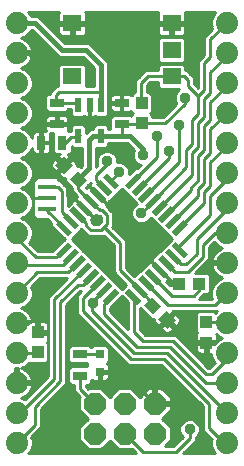
<source format=gtl>
G75*
%MOIN*%
%OFA0B0*%
%FSLAX24Y24*%
%IPPOS*%
%LPD*%
%AMOC8*
5,1,8,0,0,1.08239X$1,22.5*
%
%ADD10R,0.0217X0.0472*%
%ADD11R,0.0472X0.0315*%
%ADD12R,0.0315X0.0472*%
%ADD13C,0.0740*%
%ADD14R,0.0200X0.0580*%
%ADD15R,0.0630X0.0551*%
%ADD16R,0.0394X0.0433*%
%ADD17R,0.0315X0.0315*%
%ADD18OC8,0.0740*%
%ADD19R,0.0433X0.0394*%
%ADD20R,0.0630X0.0118*%
%ADD21C,0.0100*%
%ADD22C,0.0160*%
%ADD23C,0.0376*%
D10*
X003596Y011478D03*
X004344Y011478D03*
X004344Y012502D03*
X003970Y012502D03*
X003596Y012502D03*
D11*
X002880Y012584D03*
X002880Y011876D03*
X005040Y011876D03*
X005040Y012584D03*
X003650Y004204D03*
X003650Y003496D03*
D12*
X003064Y011260D03*
X002356Y011260D03*
D13*
X001550Y001250D03*
X001550Y002250D03*
X001550Y003250D03*
X001550Y004250D03*
X001550Y005250D03*
X001550Y006250D03*
X001550Y007250D03*
X001550Y008250D03*
X001550Y009250D03*
X001550Y010250D03*
X001550Y011250D03*
X001550Y012250D03*
X001550Y013250D03*
X001550Y014250D03*
X001550Y015250D03*
X008550Y015250D03*
X008550Y014250D03*
X008550Y013250D03*
X008550Y012250D03*
X008550Y011250D03*
X008550Y010250D03*
X008550Y009250D03*
X008550Y008250D03*
X008550Y007250D03*
X008550Y006250D03*
X008550Y005250D03*
X008550Y004250D03*
X008550Y003250D03*
X008550Y002250D03*
X008550Y001250D03*
D14*
G36*
X005143Y006261D02*
X005284Y006402D01*
X005693Y005993D01*
X005552Y005852D01*
X005143Y006261D01*
G37*
G36*
X005362Y006480D02*
X005503Y006621D01*
X005912Y006212D01*
X005771Y006071D01*
X005362Y006480D01*
G37*
G36*
X005588Y006706D02*
X005729Y006847D01*
X006138Y006438D01*
X005997Y006297D01*
X005588Y006706D01*
G37*
G36*
X005807Y006925D02*
X005948Y007066D01*
X006357Y006657D01*
X006216Y006516D01*
X005807Y006925D01*
G37*
G36*
X006034Y007152D02*
X006175Y007293D01*
X006584Y006884D01*
X006443Y006743D01*
X006034Y007152D01*
G37*
G36*
X006253Y007371D02*
X006394Y007512D01*
X006803Y007103D01*
X006662Y006962D01*
X006253Y007371D01*
G37*
G36*
X006479Y007597D02*
X006620Y007738D01*
X007029Y007329D01*
X006888Y007188D01*
X006479Y007597D01*
G37*
G36*
X006698Y007816D02*
X006839Y007957D01*
X007248Y007548D01*
X007107Y007407D01*
X006698Y007816D01*
G37*
G36*
X007107Y008693D02*
X007248Y008552D01*
X006839Y008143D01*
X006698Y008284D01*
X007107Y008693D01*
G37*
G36*
X006888Y008912D02*
X007029Y008771D01*
X006620Y008362D01*
X006479Y008503D01*
X006888Y008912D01*
G37*
G36*
X006662Y009138D02*
X006803Y008997D01*
X006394Y008588D01*
X006253Y008729D01*
X006662Y009138D01*
G37*
G36*
X006443Y009357D02*
X006584Y009216D01*
X006175Y008807D01*
X006034Y008948D01*
X006443Y009357D01*
G37*
G36*
X006216Y009584D02*
X006357Y009443D01*
X005948Y009034D01*
X005807Y009175D01*
X006216Y009584D01*
G37*
G36*
X005997Y009803D02*
X006138Y009662D01*
X005729Y009253D01*
X005588Y009394D01*
X005997Y009803D01*
G37*
G36*
X005771Y010029D02*
X005912Y009888D01*
X005503Y009479D01*
X005362Y009620D01*
X005771Y010029D01*
G37*
G36*
X005552Y010248D02*
X005693Y010107D01*
X005284Y009698D01*
X005143Y009839D01*
X005552Y010248D01*
G37*
G36*
X004407Y010107D02*
X004548Y010248D01*
X004957Y009839D01*
X004816Y009698D01*
X004407Y010107D01*
G37*
G36*
X004188Y009888D02*
X004329Y010029D01*
X004738Y009620D01*
X004597Y009479D01*
X004188Y009888D01*
G37*
G36*
X003962Y009662D02*
X004103Y009803D01*
X004512Y009394D01*
X004371Y009253D01*
X003962Y009662D01*
G37*
G36*
X003743Y009443D02*
X003884Y009584D01*
X004293Y009175D01*
X004152Y009034D01*
X003743Y009443D01*
G37*
G36*
X003516Y009216D02*
X003657Y009357D01*
X004066Y008948D01*
X003925Y008807D01*
X003516Y009216D01*
G37*
G36*
X003297Y008997D02*
X003438Y009138D01*
X003847Y008729D01*
X003706Y008588D01*
X003297Y008997D01*
G37*
G36*
X003071Y008771D02*
X003212Y008912D01*
X003621Y008503D01*
X003480Y008362D01*
X003071Y008771D01*
G37*
G36*
X002852Y008552D02*
X002993Y008693D01*
X003402Y008284D01*
X003261Y008143D01*
X002852Y008552D01*
G37*
G36*
X003261Y007957D02*
X003402Y007816D01*
X002993Y007407D01*
X002852Y007548D01*
X003261Y007957D01*
G37*
G36*
X003480Y007738D02*
X003621Y007597D01*
X003212Y007188D01*
X003071Y007329D01*
X003480Y007738D01*
G37*
G36*
X003706Y007512D02*
X003847Y007371D01*
X003438Y006962D01*
X003297Y007103D01*
X003706Y007512D01*
G37*
G36*
X003925Y007293D02*
X004066Y007152D01*
X003657Y006743D01*
X003516Y006884D01*
X003925Y007293D01*
G37*
G36*
X004152Y007066D02*
X004293Y006925D01*
X003884Y006516D01*
X003743Y006657D01*
X004152Y007066D01*
G37*
G36*
X004371Y006847D02*
X004512Y006706D01*
X004103Y006297D01*
X003962Y006438D01*
X004371Y006847D01*
G37*
G36*
X004597Y006621D02*
X004738Y006480D01*
X004329Y006071D01*
X004188Y006212D01*
X004597Y006621D01*
G37*
G36*
X004816Y006402D02*
X004957Y006261D01*
X004548Y005852D01*
X004407Y005993D01*
X004816Y006402D01*
G37*
D15*
X003396Y013464D03*
X003396Y015236D03*
X006704Y015236D03*
X006704Y014350D03*
X006704Y013464D03*
D16*
X005710Y012570D03*
X005710Y011900D03*
X007860Y005265D03*
X007860Y004595D03*
X002250Y004265D03*
X002250Y004935D03*
D17*
X004310Y004205D03*
X004310Y003615D03*
D18*
X004150Y002550D03*
X004150Y001550D03*
X005150Y001550D03*
X005150Y002550D03*
X006150Y002550D03*
X006150Y001550D03*
D19*
G36*
X006560Y005061D02*
X006255Y005366D01*
X006534Y005645D01*
X006839Y005340D01*
X006560Y005061D01*
G37*
G36*
X006086Y005535D02*
X005781Y005840D01*
X006060Y006119D01*
X006365Y005814D01*
X006086Y005535D01*
G37*
X006965Y006550D03*
X007635Y006550D03*
G36*
X003584Y010325D02*
X003889Y010020D01*
X003610Y009741D01*
X003305Y010046D01*
X003584Y010325D01*
G37*
G36*
X003110Y010799D02*
X003415Y010494D01*
X003136Y010215D01*
X002831Y010520D01*
X003110Y010799D01*
G37*
D20*
X002567Y009789D03*
X002567Y009415D03*
X002567Y009041D03*
D21*
X002567Y008983D01*
X003112Y008438D01*
X003127Y008418D01*
X002956Y008235D02*
X002070Y008235D01*
X002070Y008147D02*
X002070Y008353D01*
X001991Y008545D01*
X001845Y008691D01*
X001702Y008750D01*
X001845Y008809D01*
X001991Y008955D01*
X002070Y009147D01*
X002070Y009353D01*
X001991Y009545D01*
X001845Y009691D01*
X001702Y009750D01*
X001845Y009809D01*
X001991Y009955D01*
X002070Y010147D01*
X002070Y010353D01*
X001991Y010545D01*
X001845Y010691D01*
X001702Y010750D01*
X001845Y010809D01*
X001991Y010955D01*
X002048Y011094D01*
X002048Y011004D01*
X002058Y010966D01*
X002078Y010932D01*
X002106Y010904D01*
X002140Y010884D01*
X002178Y010874D01*
X002327Y010874D01*
X002327Y011231D01*
X002384Y011231D01*
X002384Y010874D01*
X002533Y010874D01*
X002571Y010884D01*
X002605Y010904D01*
X002633Y010932D01*
X002653Y010966D01*
X002663Y011004D01*
X002663Y011231D01*
X002384Y011231D01*
X002384Y011289D01*
X002327Y011289D01*
X002327Y011646D01*
X002178Y011646D01*
X002140Y011636D01*
X002106Y011616D01*
X002078Y011588D01*
X002058Y011554D01*
X002048Y011516D01*
X002048Y011406D01*
X001991Y011545D01*
X001845Y011691D01*
X001702Y011750D01*
X001845Y011809D01*
X001991Y011955D01*
X002070Y012147D01*
X002070Y012353D01*
X001991Y012545D01*
X001845Y012691D01*
X001702Y012750D01*
X001845Y012809D01*
X001991Y012955D01*
X002070Y013147D01*
X002070Y013353D01*
X001991Y013545D01*
X001845Y013691D01*
X001698Y013751D01*
X001750Y013768D01*
X001823Y013805D01*
X001889Y013853D01*
X001947Y013911D01*
X001995Y013977D01*
X002032Y014050D01*
X002057Y014128D01*
X002069Y014200D01*
X001600Y014200D01*
X001600Y014300D01*
X002069Y014300D01*
X002057Y014372D01*
X002032Y014450D01*
X001995Y014523D01*
X001947Y014589D01*
X001889Y014647D01*
X001823Y014695D01*
X001750Y014732D01*
X001698Y014749D01*
X001845Y014809D01*
X001991Y014955D01*
X002018Y015020D01*
X002055Y015020D01*
X002820Y014255D01*
X002955Y014120D01*
X003755Y014120D01*
X004120Y013755D01*
X004120Y013150D01*
X003861Y013150D01*
X003861Y013802D01*
X003774Y013890D01*
X003019Y013890D01*
X002931Y013802D01*
X002931Y013150D01*
X002867Y013150D01*
X002750Y013033D01*
X002650Y012933D01*
X002650Y012892D01*
X002582Y012892D01*
X002494Y012804D01*
X002494Y012365D01*
X002582Y012277D01*
X003178Y012277D01*
X003266Y012365D01*
X003266Y012384D01*
X003338Y012384D01*
X003338Y012203D01*
X003426Y012116D01*
X003766Y012116D01*
X003787Y012136D01*
X003804Y012126D01*
X003842Y012116D01*
X003966Y012116D01*
X003966Y012498D01*
X003974Y012498D01*
X003974Y012116D01*
X004098Y012116D01*
X004136Y012126D01*
X004153Y012136D01*
X004174Y012116D01*
X004514Y012116D01*
X004602Y012203D01*
X004602Y012800D01*
X004580Y012822D01*
X004580Y013945D01*
X004445Y014080D01*
X003945Y014580D01*
X003145Y014580D01*
X002245Y015480D01*
X002018Y015480D01*
X001991Y015545D01*
X001935Y015600D01*
X002959Y015600D01*
X002942Y015569D01*
X002931Y015531D01*
X002931Y015286D01*
X003346Y015286D01*
X003346Y015186D01*
X002931Y015186D01*
X002931Y014940D01*
X002942Y014902D01*
X002961Y014868D01*
X002989Y014840D01*
X003024Y014820D01*
X003062Y014810D01*
X003346Y014810D01*
X003346Y015186D01*
X003446Y015186D01*
X003446Y014810D01*
X003731Y014810D01*
X003769Y014820D01*
X003804Y014840D01*
X003831Y014868D01*
X003851Y014902D01*
X003861Y014940D01*
X003861Y015186D01*
X003446Y015186D01*
X003446Y015286D01*
X003861Y015286D01*
X003861Y015531D01*
X003851Y015569D01*
X003833Y015600D01*
X006267Y015600D01*
X006249Y015569D01*
X006239Y015531D01*
X006239Y015286D01*
X006654Y015286D01*
X006654Y015186D01*
X006754Y015186D01*
X006754Y015286D01*
X007169Y015286D01*
X007169Y015531D01*
X007158Y015569D01*
X007141Y015600D01*
X008165Y015600D01*
X008109Y015545D01*
X008030Y015353D01*
X008030Y015147D01*
X008069Y015052D01*
X007917Y014900D01*
X007800Y014783D01*
X007800Y014183D01*
X007600Y013983D01*
X007600Y013083D01*
X007600Y013083D01*
X007450Y013233D01*
X007450Y013433D01*
X007333Y013550D01*
X007219Y013664D01*
X007169Y013664D01*
X007169Y013802D01*
X007081Y013890D01*
X006326Y013890D01*
X006239Y013802D01*
X006239Y013664D01*
X005821Y013664D01*
X005617Y013460D01*
X005500Y013343D01*
X005500Y012936D01*
X005451Y012936D01*
X005373Y012858D01*
X005368Y012862D01*
X005334Y012882D01*
X005296Y012892D01*
X005069Y012892D01*
X005069Y012613D01*
X005011Y012613D01*
X005011Y012556D01*
X004654Y012556D01*
X004654Y012407D01*
X004664Y012369D01*
X004684Y012335D01*
X004712Y012307D01*
X004746Y012287D01*
X004784Y012277D01*
X005011Y012277D01*
X005011Y012556D01*
X005069Y012556D01*
X005069Y012277D01*
X005296Y012277D01*
X005334Y012287D01*
X005363Y012304D01*
X005363Y012291D01*
X005419Y012235D01*
X005363Y012179D01*
X005363Y012158D01*
X005338Y012183D01*
X004742Y012183D01*
X004654Y012095D01*
X004654Y011708D01*
X004602Y011708D01*
X004602Y011777D01*
X004514Y011864D01*
X004174Y011864D01*
X004086Y011777D01*
X004086Y011702D01*
X003977Y011702D01*
X003854Y011580D01*
X003854Y011777D01*
X003766Y011864D01*
X003426Y011864D01*
X003338Y011777D01*
X003338Y011650D01*
X003267Y011650D01*
X003263Y011646D01*
X003248Y011646D01*
X003256Y011660D01*
X003266Y011698D01*
X003266Y011847D01*
X002909Y011847D01*
X002909Y011904D01*
X003266Y011904D01*
X003266Y012053D01*
X003256Y012091D01*
X003236Y012125D01*
X003208Y012153D01*
X003174Y012173D01*
X003136Y012183D01*
X002909Y012183D01*
X002909Y011904D01*
X002851Y011904D01*
X002851Y011847D01*
X002494Y011847D01*
X002494Y011698D01*
X002504Y011660D01*
X002512Y011646D01*
X002384Y011646D01*
X002384Y011289D01*
X002663Y011289D01*
X002663Y011516D01*
X002653Y011554D01*
X002645Y011568D01*
X002767Y011568D01*
X002757Y011558D01*
X002757Y010962D01*
X002845Y010874D01*
X002972Y010874D01*
X002898Y010800D01*
X003123Y010575D01*
X003055Y010507D01*
X002830Y010732D01*
X002711Y010613D01*
X002691Y010578D01*
X002681Y010540D01*
X002681Y010501D01*
X002691Y010463D01*
X002711Y010428D01*
X002844Y010296D01*
X003055Y010507D01*
X003123Y010438D01*
X002912Y010227D01*
X003045Y010094D01*
X003079Y010075D01*
X003118Y010064D01*
X003154Y010064D01*
X003154Y009985D01*
X003397Y009743D01*
X003397Y009641D01*
X003562Y009475D01*
X003480Y009394D01*
X003791Y009082D01*
X003791Y009082D01*
X004102Y008771D01*
X004022Y008691D01*
X004060Y008653D01*
X004060Y008580D01*
X004106Y008540D01*
X004258Y008540D01*
X004300Y008581D01*
X004340Y008626D01*
X004340Y008771D01*
X004313Y008800D01*
X004237Y008800D01*
X004184Y008853D01*
X004102Y008771D01*
X003791Y009082D01*
X003480Y009393D01*
X003396Y009309D01*
X003384Y009289D01*
X003376Y009289D01*
X003250Y009163D01*
X003250Y009743D01*
X003133Y009860D01*
X003004Y009989D01*
X002993Y009989D01*
X002984Y009996D01*
X002971Y010010D01*
X002969Y010010D01*
X002884Y010086D01*
X002871Y010100D01*
X002869Y010100D01*
X002868Y010101D01*
X002849Y010100D01*
X002229Y010100D01*
X002129Y010000D01*
X002100Y009971D01*
X002100Y008829D01*
X002200Y008729D01*
X002229Y008700D01*
X002567Y008700D01*
X002701Y008566D01*
X002701Y008490D01*
X003141Y008050D01*
X002721Y007630D01*
X002253Y007630D01*
X001959Y007924D01*
X001991Y007955D01*
X002070Y008147D01*
X002066Y008136D02*
X003055Y008136D01*
X003128Y008038D02*
X002025Y008038D01*
X001974Y007939D02*
X003030Y007939D01*
X002931Y007841D02*
X002042Y007841D01*
X002141Y007742D02*
X002833Y007742D01*
X002734Y007644D02*
X002239Y007644D01*
X002170Y007430D02*
X001550Y008050D01*
X001550Y008250D01*
X001757Y008727D02*
X002202Y008727D01*
X002100Y008700D02*
X002200Y008600D01*
X002540Y007800D01*
X002860Y007430D02*
X002170Y007430D01*
X002230Y006930D02*
X001550Y006250D01*
X001755Y005772D02*
X002600Y005772D01*
X002600Y005674D02*
X001852Y005674D01*
X001823Y005695D02*
X001750Y005732D01*
X001698Y005749D01*
X001845Y005809D01*
X001991Y005955D01*
X002070Y006147D01*
X002070Y006353D01*
X002031Y006448D01*
X002313Y006730D01*
X003207Y006730D01*
X002717Y006240D01*
X002600Y006123D01*
X002600Y003474D01*
X002068Y002950D01*
X002067Y002950D01*
X002009Y002892D01*
X001951Y002834D01*
X001951Y002833D01*
X001819Y002702D01*
X001698Y002751D01*
X001750Y002768D01*
X001823Y002805D01*
X001889Y002853D01*
X001947Y002911D01*
X001995Y002977D01*
X002032Y003050D01*
X002057Y003128D01*
X002069Y003200D01*
X001600Y003200D01*
X001600Y003300D01*
X001600Y003730D01*
X001500Y003730D01*
X001500Y003300D01*
X001600Y003300D01*
X002069Y003300D01*
X002057Y003372D01*
X002032Y003450D01*
X001995Y003523D01*
X001947Y003589D01*
X001889Y003647D01*
X001823Y003695D01*
X001750Y003732D01*
X001698Y003749D01*
X001845Y003809D01*
X001963Y003927D01*
X001991Y003899D01*
X002509Y003899D01*
X002597Y003987D01*
X002597Y004544D01*
X002541Y004600D01*
X002567Y004626D01*
X002587Y004660D01*
X002597Y004698D01*
X002597Y004886D01*
X002298Y004886D01*
X002298Y004983D01*
X002202Y004983D01*
X002202Y005301D01*
X002068Y005301D01*
X002057Y005372D01*
X002032Y005450D01*
X001995Y005523D01*
X001947Y005589D01*
X001889Y005647D01*
X001823Y005695D01*
X001957Y005575D02*
X002600Y005575D01*
X002600Y005477D02*
X002018Y005477D01*
X002055Y005378D02*
X002600Y005378D01*
X002600Y005280D02*
X002525Y005280D01*
X002539Y005271D02*
X002505Y005291D01*
X002467Y005301D01*
X002298Y005301D01*
X002298Y004983D01*
X002597Y004983D01*
X002597Y005171D01*
X002587Y005209D01*
X002567Y005243D01*
X002539Y005271D01*
X002594Y005181D02*
X002600Y005181D01*
X002597Y005083D02*
X002600Y005083D01*
X002597Y004984D02*
X002600Y004984D01*
X002510Y004950D02*
X002235Y004950D01*
X002250Y004935D01*
X002202Y004984D02*
X002298Y004984D01*
X002298Y005083D02*
X002202Y005083D01*
X002202Y005181D02*
X002298Y005181D01*
X002298Y005280D02*
X002202Y005280D01*
X002029Y005300D02*
X001995Y005291D01*
X001961Y005271D01*
X001933Y005243D01*
X001913Y005209D01*
X001911Y005200D01*
X001600Y005200D01*
X001600Y005300D01*
X002029Y005300D01*
X001975Y005280D02*
X001600Y005280D01*
X001550Y005250D02*
X001905Y005250D01*
X001906Y005871D02*
X002600Y005871D01*
X002600Y005969D02*
X001996Y005969D01*
X002037Y006068D02*
X002600Y006068D01*
X002643Y006166D02*
X002070Y006166D01*
X002070Y006265D02*
X002742Y006265D01*
X002840Y006363D02*
X002066Y006363D01*
X002044Y006462D02*
X002939Y006462D01*
X003037Y006560D02*
X002143Y006560D01*
X002241Y006659D02*
X003136Y006659D01*
X003260Y006930D02*
X002230Y006930D01*
X001630Y007180D02*
X001550Y007250D01*
X001630Y007180D02*
X003070Y007180D01*
X003313Y007423D01*
X003346Y007463D01*
X003547Y007217D02*
X003260Y006930D01*
X003547Y007217D02*
X003572Y007237D01*
X003781Y007021D02*
X002800Y006040D01*
X002800Y003390D01*
X002150Y002750D01*
X001650Y002250D01*
X001550Y002250D01*
X001778Y002719D02*
X001836Y002719D01*
X001839Y002817D02*
X001934Y002817D01*
X001950Y002916D02*
X002033Y002916D01*
X002013Y003014D02*
X002133Y003014D01*
X002052Y003113D02*
X002233Y003113D01*
X002333Y003211D02*
X001600Y003211D01*
X001550Y003250D02*
X001550Y003450D01*
X001500Y003408D02*
X001600Y003408D01*
X001600Y003310D02*
X001500Y003310D01*
X001500Y003507D02*
X001600Y003507D01*
X001600Y003605D02*
X001500Y003605D01*
X001500Y003704D02*
X001600Y003704D01*
X001805Y003704D02*
X002600Y003704D01*
X002600Y003802D02*
X001827Y003802D01*
X001936Y003901D02*
X001989Y003901D01*
X001970Y003870D02*
X002470Y003870D01*
X002600Y003980D01*
X002600Y004870D01*
X002510Y004950D01*
X002597Y004886D02*
X002600Y004886D01*
X002597Y004787D02*
X002600Y004787D01*
X002594Y004689D02*
X002600Y004689D01*
X002600Y004590D02*
X002551Y004590D01*
X002597Y004492D02*
X002600Y004492D01*
X002597Y004393D02*
X002600Y004393D01*
X002597Y004295D02*
X002600Y004295D01*
X002597Y004196D02*
X002600Y004196D01*
X002597Y004098D02*
X002600Y004098D01*
X002597Y003999D02*
X002600Y003999D01*
X002600Y003901D02*
X002511Y003901D01*
X002600Y003605D02*
X001930Y003605D01*
X002003Y003507D02*
X002600Y003507D01*
X002533Y003408D02*
X002045Y003408D01*
X002067Y003310D02*
X002433Y003310D01*
X002898Y002916D02*
X003502Y002916D01*
X003450Y002967D02*
X003641Y002776D01*
X003630Y002765D01*
X003630Y002335D01*
X003915Y002050D01*
X003630Y001765D01*
X003630Y001335D01*
X003935Y001030D01*
X004365Y001030D01*
X004650Y001315D01*
X004935Y001030D01*
X005365Y001030D01*
X005376Y001041D01*
X005517Y000900D01*
X001935Y000900D01*
X001991Y000955D01*
X002070Y001147D01*
X002070Y001353D01*
X002031Y001448D01*
X002350Y001767D01*
X002350Y002367D01*
X003200Y003217D01*
X003200Y005847D01*
X003653Y006300D01*
X003678Y006300D01*
X003668Y006290D01*
X003667Y006290D01*
X003609Y006232D01*
X003550Y006174D01*
X003550Y006173D01*
X003550Y006090D01*
X003550Y006008D01*
X003550Y005567D01*
X003667Y005450D01*
X005267Y003850D01*
X006367Y003850D01*
X007750Y002467D01*
X007750Y001667D01*
X007867Y001550D01*
X008040Y001377D01*
X008030Y001353D01*
X008030Y001147D01*
X008109Y000955D01*
X008165Y000900D01*
X007083Y000900D01*
X007504Y001321D01*
X007504Y001426D01*
X007591Y001512D01*
X007642Y001636D01*
X007642Y001771D01*
X007591Y001895D01*
X007496Y001990D01*
X007372Y002042D01*
X007237Y002042D01*
X007113Y001990D01*
X007018Y001895D01*
X006966Y001771D01*
X006966Y001636D01*
X007018Y001512D01*
X007074Y001456D01*
X006767Y001150D01*
X006485Y001150D01*
X006670Y001335D01*
X006670Y001765D01*
X006385Y002050D01*
X006670Y002335D01*
X006670Y002500D01*
X006200Y002500D01*
X006200Y002600D01*
X006100Y002600D01*
X006100Y003070D01*
X005935Y003070D01*
X005650Y002785D01*
X005365Y003070D01*
X004935Y003070D01*
X004650Y002785D01*
X004365Y003070D01*
X003935Y003070D01*
X003924Y003059D01*
X003850Y003133D01*
X003850Y003188D01*
X003948Y003188D01*
X004036Y003276D01*
X004036Y003361D01*
X004060Y003337D01*
X004095Y003317D01*
X004133Y003307D01*
X004281Y003307D01*
X004281Y003586D01*
X004339Y003586D01*
X004339Y003643D01*
X004617Y003643D01*
X004617Y003792D01*
X004607Y003830D01*
X004588Y003864D01*
X004560Y003892D01*
X004537Y003905D01*
X004617Y003986D01*
X004617Y004425D01*
X004530Y004513D01*
X004090Y004513D01*
X004019Y004441D01*
X003948Y004512D01*
X003352Y004512D01*
X003264Y004424D01*
X003264Y003985D01*
X003352Y003897D01*
X003900Y003897D01*
X003900Y003803D01*
X003352Y003803D01*
X003264Y003715D01*
X003264Y003276D01*
X003352Y003188D01*
X003450Y003188D01*
X003450Y002967D01*
X003450Y003014D02*
X002997Y003014D01*
X003095Y003113D02*
X003450Y003113D01*
X003329Y003211D02*
X003194Y003211D01*
X003200Y003310D02*
X003264Y003310D01*
X003264Y003408D02*
X003200Y003408D01*
X003200Y003507D02*
X003264Y003507D01*
X003264Y003605D02*
X003200Y003605D01*
X003200Y003704D02*
X003264Y003704D01*
X003200Y003802D02*
X003351Y003802D01*
X003348Y003901D02*
X003200Y003901D01*
X003200Y003999D02*
X003264Y003999D01*
X003264Y004098D02*
X003200Y004098D01*
X003200Y004196D02*
X003264Y004196D01*
X003264Y004295D02*
X003200Y004295D01*
X003200Y004393D02*
X003264Y004393D01*
X003200Y004492D02*
X003331Y004492D01*
X003200Y004590D02*
X004527Y004590D01*
X004551Y004492D02*
X004626Y004492D01*
X004617Y004393D02*
X004724Y004393D01*
X004823Y004295D02*
X004617Y004295D01*
X004617Y004196D02*
X004921Y004196D01*
X005020Y004098D02*
X004617Y004098D01*
X004617Y003999D02*
X005118Y003999D01*
X005217Y003901D02*
X004545Y003901D01*
X004615Y003802D02*
X006415Y003802D01*
X006514Y003704D02*
X004617Y003704D01*
X004617Y003586D02*
X004339Y003586D01*
X004339Y003307D01*
X004487Y003307D01*
X004525Y003317D01*
X004560Y003337D01*
X004588Y003365D01*
X004607Y003399D01*
X004617Y003437D01*
X004617Y003586D01*
X004617Y003507D02*
X006711Y003507D01*
X006612Y003605D02*
X004339Y003605D01*
X004339Y003507D02*
X004281Y003507D01*
X004281Y003408D02*
X004339Y003408D01*
X004339Y003310D02*
X004281Y003310D01*
X004496Y003310D02*
X006908Y003310D01*
X006809Y003408D02*
X004610Y003408D01*
X004510Y003290D02*
X004650Y003150D01*
X005550Y003150D01*
X006150Y002550D01*
X006200Y002522D02*
X007696Y002522D01*
X007750Y002423D02*
X006670Y002423D01*
X006660Y002325D02*
X007750Y002325D01*
X007750Y002226D02*
X006561Y002226D01*
X006463Y002128D02*
X007750Y002128D01*
X007750Y002029D02*
X007403Y002029D01*
X007206Y002029D02*
X006406Y002029D01*
X006505Y001931D02*
X007053Y001931D01*
X006992Y001832D02*
X006603Y001832D01*
X006670Y001734D02*
X006966Y001734D01*
X006967Y001635D02*
X006670Y001635D01*
X006670Y001537D02*
X007008Y001537D01*
X007055Y001438D02*
X006670Y001438D01*
X006670Y001340D02*
X006957Y001340D01*
X006858Y001241D02*
X006576Y001241D01*
X006850Y000950D02*
X007304Y001404D01*
X007304Y001704D01*
X007617Y001832D02*
X007750Y001832D01*
X007750Y001734D02*
X007642Y001734D01*
X007642Y001635D02*
X007782Y001635D01*
X007881Y001537D02*
X007601Y001537D01*
X007517Y001438D02*
X007979Y001438D01*
X008030Y001340D02*
X007504Y001340D01*
X007424Y001241D02*
X008030Y001241D01*
X008032Y001143D02*
X007325Y001143D01*
X007227Y001044D02*
X008072Y001044D01*
X008119Y000946D02*
X007128Y000946D01*
X006850Y000950D02*
X005750Y000950D01*
X005150Y001550D01*
X004822Y001143D02*
X004478Y001143D01*
X004576Y001241D02*
X004724Y001241D01*
X004921Y001044D02*
X004379Y001044D01*
X003921Y001044D02*
X002028Y001044D01*
X002068Y001143D02*
X003822Y001143D01*
X003724Y001241D02*
X002070Y001241D01*
X002070Y001340D02*
X003630Y001340D01*
X003630Y001438D02*
X002035Y001438D01*
X002119Y001537D02*
X003630Y001537D01*
X003630Y001635D02*
X002218Y001635D01*
X002316Y001734D02*
X003630Y001734D01*
X003697Y001832D02*
X002350Y001832D01*
X002350Y001931D02*
X003795Y001931D01*
X003894Y002029D02*
X002350Y002029D01*
X002350Y002128D02*
X003837Y002128D01*
X003739Y002226D02*
X002350Y002226D01*
X002350Y002325D02*
X003640Y002325D01*
X003630Y002423D02*
X002406Y002423D01*
X002504Y002522D02*
X003630Y002522D01*
X003630Y002620D02*
X002603Y002620D01*
X002701Y002719D02*
X003630Y002719D01*
X003600Y002817D02*
X002800Y002817D01*
X003000Y003300D02*
X002150Y002450D01*
X002150Y001850D01*
X001550Y001250D01*
X001981Y000946D02*
X005472Y000946D01*
X004150Y002550D02*
X003650Y003050D01*
X003650Y003496D01*
X003971Y003211D02*
X007006Y003211D01*
X007105Y003113D02*
X003870Y003113D01*
X004036Y003310D02*
X004124Y003310D01*
X004421Y003014D02*
X004879Y003014D01*
X004780Y002916D02*
X004520Y002916D01*
X004618Y002817D02*
X004682Y002817D01*
X005421Y003014D02*
X005879Y003014D01*
X005780Y002916D02*
X005520Y002916D01*
X005618Y002817D02*
X005682Y002817D01*
X006100Y002817D02*
X006200Y002817D01*
X006200Y002719D02*
X006100Y002719D01*
X006100Y002620D02*
X006200Y002620D01*
X006200Y002600D02*
X006200Y003070D01*
X006365Y003070D01*
X006670Y002765D01*
X006670Y002600D01*
X006200Y002600D01*
X006200Y002916D02*
X006100Y002916D01*
X006100Y003014D02*
X006200Y003014D01*
X006421Y003014D02*
X007203Y003014D01*
X007302Y002916D02*
X006520Y002916D01*
X006618Y002817D02*
X007400Y002817D01*
X007499Y002719D02*
X006670Y002719D01*
X006670Y002620D02*
X007597Y002620D01*
X007950Y002550D02*
X006450Y004050D01*
X005350Y004050D01*
X003750Y005650D01*
X003750Y006090D01*
X004237Y006572D01*
X004021Y006781D02*
X003740Y006500D01*
X003570Y006500D01*
X003000Y005930D01*
X003000Y003300D01*
X003650Y004204D02*
X004310Y004204D01*
X004310Y004205D01*
X004069Y004492D02*
X003969Y004492D01*
X004232Y004886D02*
X003200Y004886D01*
X003200Y004984D02*
X004133Y004984D01*
X004035Y005083D02*
X003200Y005083D01*
X003200Y005181D02*
X003936Y005181D01*
X003838Y005280D02*
X003200Y005280D01*
X003200Y005378D02*
X003739Y005378D01*
X003641Y005477D02*
X003200Y005477D01*
X003200Y005575D02*
X003550Y005575D01*
X003550Y005674D02*
X003200Y005674D01*
X003200Y005772D02*
X003550Y005772D01*
X003550Y005871D02*
X003223Y005871D01*
X003322Y005969D02*
X003550Y005969D01*
X003550Y006008D02*
X003550Y006008D01*
X003550Y006068D02*
X003420Y006068D01*
X003519Y006166D02*
X003550Y006166D01*
X003550Y006173D02*
X003550Y006173D01*
X003617Y006265D02*
X003642Y006265D01*
X004130Y006013D02*
X004090Y005900D01*
X004050Y005860D01*
X004050Y005650D01*
X005450Y004250D01*
X006550Y004250D01*
X008550Y002250D01*
X007950Y002550D02*
X007950Y001750D01*
X008450Y001250D01*
X008550Y001250D01*
X007750Y001931D02*
X007556Y001931D01*
X007850Y003250D02*
X008550Y003250D01*
X008050Y003550D02*
X007850Y003550D01*
X006750Y004650D01*
X005750Y004650D01*
X005450Y004950D01*
X005450Y006094D01*
X005418Y006127D01*
X005644Y006286D02*
X005704Y006276D01*
X005644Y006286D02*
X005644Y006336D01*
X005637Y006346D01*
X005963Y006019D01*
X006073Y005827D01*
X005834Y005575D02*
X005650Y005575D01*
X005650Y005477D02*
X005933Y005477D01*
X006025Y005384D02*
X006104Y005384D01*
X006104Y005348D01*
X006115Y005309D01*
X006134Y005275D01*
X006267Y005142D01*
X006478Y005353D01*
X006547Y005285D01*
X006615Y005353D01*
X006840Y005128D01*
X006959Y005247D01*
X006979Y005282D01*
X006989Y005320D01*
X006989Y005359D01*
X006979Y005397D01*
X006959Y005432D01*
X006826Y005564D01*
X006615Y005353D01*
X006547Y005422D01*
X006758Y005633D01*
X006741Y005650D01*
X008215Y005650D01*
X008157Y005593D01*
X008119Y005631D01*
X007601Y005631D01*
X007513Y005543D01*
X007513Y004986D01*
X007569Y004930D01*
X007543Y004904D01*
X007523Y004870D01*
X007513Y004832D01*
X007513Y004644D01*
X007812Y004644D01*
X007812Y004547D01*
X007908Y004547D01*
X007908Y004229D01*
X008030Y004229D01*
X008030Y004147D01*
X008109Y003955D01*
X008141Y003924D01*
X007967Y003750D01*
X007933Y003750D01*
X006950Y004733D01*
X006833Y004850D01*
X005833Y004850D01*
X005650Y005033D01*
X005650Y005737D01*
X005661Y005748D01*
X006025Y005384D01*
X006104Y005378D02*
X005650Y005378D01*
X005650Y005280D02*
X006132Y005280D01*
X006228Y005181D02*
X005650Y005181D01*
X005650Y005083D02*
X006344Y005083D01*
X006336Y005074D02*
X006468Y004941D01*
X006503Y004921D01*
X006541Y004911D01*
X006580Y004911D01*
X006618Y004921D01*
X006653Y004941D01*
X006772Y005060D01*
X006547Y005285D01*
X006336Y005074D01*
X006306Y005181D02*
X006443Y005181D01*
X006404Y005280D02*
X006541Y005280D01*
X006552Y005280D02*
X006689Y005280D01*
X006650Y005181D02*
X006787Y005181D01*
X006749Y005083D02*
X007513Y005083D01*
X007513Y005181D02*
X006893Y005181D01*
X006978Y005280D02*
X007513Y005280D01*
X007513Y005378D02*
X006984Y005378D01*
X006914Y005477D02*
X007513Y005477D01*
X007545Y005575D02*
X006700Y005575D01*
X006738Y005477D02*
X006601Y005477D01*
X006590Y005378D02*
X006640Y005378D01*
X006547Y005353D02*
X007305Y004595D01*
X007860Y004595D01*
X007908Y004590D02*
X008155Y004590D01*
X008112Y004547D02*
X008255Y004691D01*
X008398Y004750D01*
X008255Y004809D01*
X008197Y004867D01*
X008207Y004832D01*
X008207Y004644D01*
X007908Y004644D01*
X007908Y004547D01*
X008112Y004547D01*
X008207Y004689D02*
X008253Y004689D01*
X008207Y004787D02*
X008309Y004787D01*
X007908Y004492D02*
X007812Y004492D01*
X007812Y004547D02*
X007812Y004229D01*
X007643Y004229D01*
X007605Y004239D01*
X007571Y004259D01*
X007543Y004287D01*
X007523Y004321D01*
X007513Y004359D01*
X007513Y004547D01*
X007812Y004547D01*
X007812Y004590D02*
X007093Y004590D01*
X007191Y004492D02*
X007513Y004492D01*
X007513Y004393D02*
X007290Y004393D01*
X007388Y004295D02*
X007539Y004295D01*
X007487Y004196D02*
X008030Y004196D01*
X008050Y004098D02*
X007585Y004098D01*
X007684Y003999D02*
X008091Y003999D01*
X008118Y003901D02*
X007782Y003901D01*
X007881Y003802D02*
X008019Y003802D01*
X008050Y003550D02*
X008550Y004050D01*
X008550Y004250D01*
X007908Y004295D02*
X007812Y004295D01*
X007812Y004393D02*
X007908Y004393D01*
X007513Y004689D02*
X006994Y004689D01*
X006896Y004787D02*
X007513Y004787D01*
X007532Y004886D02*
X005797Y004886D01*
X005699Y004984D02*
X006425Y004984D01*
X006696Y004984D02*
X007515Y004984D01*
X007860Y005265D02*
X008535Y005265D01*
X008550Y005250D01*
X008150Y005850D02*
X006585Y005850D01*
X005863Y006572D01*
X006082Y006791D02*
X006724Y006150D01*
X007450Y006150D01*
X007635Y006335D01*
X007635Y006550D01*
X007786Y006203D02*
X007913Y006203D01*
X008001Y006291D01*
X008001Y006809D01*
X007913Y006897D01*
X007480Y006897D01*
X007950Y007367D01*
X007950Y007767D01*
X008124Y007941D01*
X008255Y007809D01*
X008402Y007749D01*
X008350Y007732D01*
X008277Y007695D01*
X008211Y007647D01*
X008153Y007589D01*
X008105Y007523D01*
X008068Y007450D01*
X008043Y007372D01*
X008031Y007300D01*
X008500Y007300D01*
X008500Y007200D01*
X008031Y007200D01*
X008043Y007128D01*
X008068Y007050D01*
X008105Y006977D01*
X008153Y006911D01*
X008211Y006853D01*
X008277Y006805D01*
X008350Y006768D01*
X008402Y006751D01*
X008255Y006691D01*
X008109Y006545D01*
X008030Y006353D01*
X008030Y006147D01*
X008069Y006052D01*
X008067Y006050D01*
X007633Y006050D01*
X007650Y006067D01*
X007786Y006203D01*
X007749Y006166D02*
X008030Y006166D01*
X008030Y006265D02*
X007975Y006265D01*
X008001Y006363D02*
X008034Y006363D01*
X008001Y006462D02*
X008075Y006462D01*
X008125Y006560D02*
X008001Y006560D01*
X008001Y006659D02*
X008223Y006659D01*
X008384Y006757D02*
X008001Y006757D01*
X007955Y006856D02*
X008209Y006856D01*
X008122Y006954D02*
X007537Y006954D01*
X007635Y007053D02*
X008067Y007053D01*
X008039Y007151D02*
X007734Y007151D01*
X007832Y007250D02*
X008500Y007250D01*
X008208Y007644D02*
X007950Y007644D01*
X007950Y007742D02*
X008382Y007742D01*
X008224Y007841D02*
X008023Y007841D01*
X008122Y007939D02*
X008126Y007939D01*
X008150Y008250D02*
X007750Y007850D01*
X007750Y007450D01*
X007250Y006950D01*
X006815Y006950D01*
X006528Y007237D01*
X006309Y007018D02*
X006279Y007041D01*
X005910Y007410D01*
X005550Y007050D01*
X005470Y007070D01*
X005623Y006954D02*
X005312Y006954D01*
X005410Y006856D02*
X005524Y006856D01*
X005467Y006798D02*
X005170Y007096D01*
X005170Y008000D01*
X004722Y008449D01*
X004740Y008467D01*
X004740Y008474D01*
X004745Y008479D01*
X004740Y008556D01*
X004740Y008847D01*
X004743Y008926D01*
X004740Y008929D01*
X004740Y008933D01*
X004684Y008989D01*
X004600Y009079D01*
X004600Y009083D01*
X004544Y009139D01*
X004508Y009177D01*
X004548Y009217D01*
X004633Y009301D01*
X004648Y009328D01*
X004660Y009328D01*
X004879Y009548D01*
X005050Y009719D01*
X005221Y009548D01*
X005440Y009328D01*
X005553Y009215D01*
X005508Y009197D01*
X005413Y009102D01*
X005362Y008977D01*
X005362Y008843D01*
X005413Y008718D01*
X005508Y008623D01*
X005633Y008572D01*
X005767Y008572D01*
X005892Y008623D01*
X005987Y008718D01*
X006005Y008763D01*
X006112Y008657D01*
X006331Y008437D01*
X006548Y008221D01*
X006719Y008050D01*
X006548Y007879D01*
X006548Y007879D01*
X006328Y007660D01*
X006102Y007433D01*
X006102Y007425D01*
X006082Y007413D01*
X005998Y007329D01*
X006309Y007018D01*
X006309Y007018D01*
X006776Y006550D01*
X006965Y006550D01*
X006917Y006560D02*
X006597Y006560D01*
X006599Y006598D02*
X006917Y006598D01*
X006917Y006502D01*
X006655Y006502D01*
X006535Y006622D01*
X006535Y006622D01*
X006599Y006686D01*
X006599Y006598D01*
X006599Y006659D02*
X006572Y006659D01*
X006309Y007018D02*
X005998Y007329D01*
X005913Y007244D01*
X005897Y007217D01*
X005886Y007217D01*
X005657Y006988D01*
X005467Y006798D01*
X005213Y007053D02*
X005721Y007053D01*
X005820Y007151D02*
X005170Y007151D01*
X005170Y007250D02*
X005918Y007250D01*
X006017Y007348D02*
X005170Y007348D01*
X005170Y007447D02*
X006115Y007447D01*
X006214Y007545D02*
X005170Y007545D01*
X005170Y007644D02*
X006312Y007644D01*
X006328Y007660D02*
X006328Y007660D01*
X006411Y007742D02*
X005170Y007742D01*
X005170Y007841D02*
X006509Y007841D01*
X006608Y007939D02*
X005170Y007939D01*
X005133Y008038D02*
X006706Y008038D01*
X006633Y008136D02*
X005034Y008136D01*
X004936Y008235D02*
X006534Y008235D01*
X006548Y008221D02*
X006548Y008221D01*
X006436Y008333D02*
X004837Y008333D01*
X004739Y008432D02*
X006337Y008432D01*
X006239Y008530D02*
X004742Y008530D01*
X004740Y008629D02*
X005503Y008629D01*
X005410Y008727D02*
X004740Y008727D01*
X004740Y008826D02*
X005369Y008826D01*
X005362Y008924D02*
X004743Y008924D01*
X004653Y009023D02*
X005381Y009023D01*
X005433Y009121D02*
X004562Y009121D01*
X004548Y009217D02*
X004237Y009528D01*
X004548Y009217D01*
X004551Y009220D02*
X005549Y009220D01*
X005451Y009318D02*
X004642Y009318D01*
X004545Y009220D02*
X004545Y009220D01*
X004540Y009220D02*
X004790Y009180D01*
X005720Y008240D01*
X005720Y007600D01*
X005910Y007410D01*
X006077Y007250D02*
X006077Y007250D01*
X006175Y007151D02*
X006175Y007151D01*
X006274Y007053D02*
X006274Y007053D01*
X006754Y007446D02*
X006754Y007463D01*
X006775Y007463D01*
X007017Y007205D01*
X007193Y007201D01*
X007550Y007550D01*
X007550Y008050D01*
X008550Y009050D01*
X008550Y009250D01*
X008000Y009470D02*
X008000Y008850D01*
X006893Y007743D01*
X006973Y007682D01*
X006973Y008418D02*
X006993Y008433D01*
X007800Y009240D01*
X007800Y009600D01*
X008000Y009800D01*
X008000Y010600D01*
X008450Y011050D01*
X008450Y011150D01*
X008550Y011250D01*
X008000Y010900D02*
X008000Y011700D01*
X008550Y012250D01*
X008000Y012000D02*
X008000Y012600D01*
X008450Y013050D01*
X008450Y013150D01*
X008550Y013250D01*
X008000Y012910D02*
X008000Y013600D01*
X008450Y014050D01*
X008450Y014150D01*
X008550Y014250D01*
X008000Y014100D02*
X008000Y014700D01*
X008550Y015250D01*
X008030Y015228D02*
X006754Y015228D01*
X006754Y015186D02*
X007169Y015186D01*
X007169Y014940D01*
X007158Y014902D01*
X007139Y014868D01*
X007111Y014840D01*
X007076Y014820D01*
X007038Y014810D01*
X006754Y014810D01*
X006754Y015186D01*
X006754Y015130D02*
X006654Y015130D01*
X006654Y015186D02*
X006654Y014810D01*
X006369Y014810D01*
X006331Y014820D01*
X006296Y014840D01*
X006269Y014868D01*
X006249Y014902D01*
X006239Y014940D01*
X006239Y015186D01*
X006654Y015186D01*
X006654Y015228D02*
X003446Y015228D01*
X003446Y015130D02*
X003346Y015130D01*
X003346Y015228D02*
X002497Y015228D01*
X002399Y015327D02*
X002931Y015327D01*
X002931Y015425D02*
X002300Y015425D01*
X002000Y015524D02*
X002931Y015524D01*
X002931Y015130D02*
X002596Y015130D01*
X002694Y015031D02*
X002931Y015031D01*
X002934Y014933D02*
X002793Y014933D01*
X002891Y014834D02*
X003000Y014834D01*
X002990Y014736D02*
X006286Y014736D01*
X006326Y014776D02*
X006239Y014688D01*
X006239Y014012D01*
X006326Y013924D01*
X007081Y013924D01*
X007169Y014012D01*
X007169Y014688D01*
X007081Y014776D01*
X006326Y014776D01*
X006307Y014834D02*
X003793Y014834D01*
X003859Y014933D02*
X006241Y014933D01*
X006239Y015031D02*
X003861Y015031D01*
X003861Y015130D02*
X006239Y015130D01*
X006239Y015327D02*
X003861Y015327D01*
X003861Y015425D02*
X006239Y015425D01*
X006239Y015524D02*
X003861Y015524D01*
X003446Y015031D02*
X003346Y015031D01*
X003346Y014933D02*
X003446Y014933D01*
X003446Y014834D02*
X003346Y014834D01*
X003088Y014637D02*
X006239Y014637D01*
X006239Y014539D02*
X003987Y014539D01*
X004085Y014440D02*
X006239Y014440D01*
X006239Y014342D02*
X004184Y014342D01*
X004282Y014243D02*
X006239Y014243D01*
X006239Y014145D02*
X004381Y014145D01*
X004479Y014046D02*
X006239Y014046D01*
X006303Y013948D02*
X004578Y013948D01*
X004580Y013849D02*
X006286Y013849D01*
X006239Y013751D02*
X004580Y013751D01*
X004580Y013652D02*
X005809Y013652D01*
X005711Y013554D02*
X004580Y013554D01*
X004580Y013455D02*
X005612Y013455D01*
X005514Y013357D02*
X004580Y013357D01*
X004580Y013258D02*
X005500Y013258D01*
X005500Y013160D02*
X004580Y013160D01*
X004580Y013061D02*
X005500Y013061D01*
X005500Y012963D02*
X004580Y012963D01*
X004580Y012864D02*
X004715Y012864D01*
X004712Y012862D02*
X004684Y012834D01*
X004664Y012800D01*
X004654Y012762D01*
X004654Y012613D01*
X005011Y012613D01*
X005011Y012892D01*
X004784Y012892D01*
X004746Y012882D01*
X004712Y012862D01*
X004655Y012766D02*
X004602Y012766D01*
X004602Y012667D02*
X004654Y012667D01*
X004602Y012569D02*
X005011Y012569D01*
X005040Y012584D02*
X005050Y012594D01*
X005050Y014450D01*
X005836Y015236D01*
X006704Y015236D01*
X006654Y015031D02*
X006754Y015031D01*
X006754Y014933D02*
X006654Y014933D01*
X006654Y014834D02*
X006754Y014834D01*
X007100Y014834D02*
X007851Y014834D01*
X007917Y014900D02*
X007917Y014900D01*
X007950Y014933D02*
X007166Y014933D01*
X007169Y015031D02*
X008048Y015031D01*
X008037Y015130D02*
X007169Y015130D01*
X007169Y015327D02*
X008030Y015327D01*
X008060Y015425D02*
X007169Y015425D01*
X007169Y015524D02*
X008100Y015524D01*
X007800Y014736D02*
X007121Y014736D01*
X007169Y014637D02*
X007800Y014637D01*
X007800Y014539D02*
X007169Y014539D01*
X007169Y014440D02*
X007800Y014440D01*
X007800Y014342D02*
X007169Y014342D01*
X007169Y014243D02*
X007800Y014243D01*
X007762Y014145D02*
X007169Y014145D01*
X007169Y014046D02*
X007663Y014046D01*
X007600Y013948D02*
X007104Y013948D01*
X007121Y013849D02*
X007600Y013849D01*
X007600Y013751D02*
X007169Y013751D01*
X007231Y013652D02*
X007600Y013652D01*
X007600Y013554D02*
X007329Y013554D01*
X007428Y013455D02*
X007600Y013455D01*
X007600Y013357D02*
X007450Y013357D01*
X007450Y013258D02*
X007600Y013258D01*
X007600Y013160D02*
X007523Y013160D01*
X007250Y013150D02*
X007600Y012800D01*
X007800Y013000D01*
X007800Y013900D01*
X008000Y014100D01*
X007250Y013350D02*
X007250Y013150D01*
X007250Y013350D02*
X007136Y013464D01*
X006704Y013464D01*
X005904Y013464D01*
X005700Y013260D01*
X005700Y012610D01*
X005710Y012570D01*
X006057Y012569D02*
X006859Y012569D01*
X006863Y012558D02*
X006869Y012552D01*
X006417Y012100D01*
X006057Y012100D01*
X006057Y012179D01*
X006001Y012235D01*
X006057Y012291D01*
X006057Y012848D01*
X005969Y012936D01*
X005900Y012936D01*
X005900Y013177D01*
X005987Y013264D01*
X006239Y013264D01*
X006239Y013126D01*
X006326Y013039D01*
X006963Y013039D01*
X006958Y013037D01*
X006863Y012942D01*
X006812Y012817D01*
X006812Y012683D01*
X006863Y012558D01*
X006787Y012470D02*
X006057Y012470D01*
X006057Y012372D02*
X006689Y012372D01*
X006590Y012273D02*
X006039Y012273D01*
X006057Y012175D02*
X006492Y012175D01*
X006500Y011900D02*
X007150Y012550D01*
X007150Y012750D01*
X006884Y012963D02*
X005900Y012963D01*
X005900Y013061D02*
X006304Y013061D01*
X006239Y013160D02*
X005900Y013160D01*
X005981Y013258D02*
X006239Y013258D01*
X006041Y012864D02*
X006831Y012864D01*
X006812Y012766D02*
X006057Y012766D01*
X006057Y012667D02*
X006818Y012667D01*
X007400Y012000D02*
X007600Y012200D01*
X007600Y012800D01*
X007800Y012710D02*
X008000Y012910D01*
X007800Y012710D02*
X007800Y012100D01*
X007600Y011900D01*
X007600Y011100D01*
X007400Y010900D01*
X007400Y010180D01*
X006319Y009099D01*
X006309Y009082D01*
X006543Y008883D02*
X007350Y009690D01*
X007350Y009750D01*
X007600Y010000D01*
X007600Y010800D01*
X007800Y011000D01*
X007800Y011800D01*
X008000Y012000D01*
X007400Y012000D02*
X007400Y011210D01*
X007200Y011010D01*
X007200Y010440D01*
X006282Y009512D01*
X006082Y009309D01*
X006082Y009282D01*
X005700Y008910D01*
X005897Y008629D02*
X006140Y008629D01*
X006042Y008727D02*
X005990Y008727D01*
X006528Y008863D02*
X006543Y008883D01*
X006754Y008637D02*
X006764Y008644D01*
X007600Y009480D01*
X007600Y009700D01*
X007800Y009900D01*
X007800Y010700D01*
X008000Y010900D01*
X008550Y010250D02*
X008550Y010050D01*
X008000Y009470D01*
X008150Y008250D02*
X008550Y008250D01*
X008122Y007545D02*
X007950Y007545D01*
X007950Y007447D02*
X008067Y007447D01*
X008039Y007348D02*
X007931Y007348D01*
X008550Y006250D02*
X008150Y005850D01*
X008063Y006068D02*
X007650Y006068D01*
X006650Y004450D02*
X007850Y003250D01*
X006650Y004450D02*
X005550Y004450D01*
X004450Y005550D01*
X004450Y005894D01*
X004682Y006127D01*
X004682Y006118D01*
X004463Y006346D02*
X004130Y006013D01*
X004650Y005741D02*
X005050Y006141D01*
X005250Y005941D01*
X005250Y005033D01*
X004650Y005633D01*
X004650Y005741D01*
X004681Y005772D02*
X005250Y005772D01*
X005250Y005674D02*
X004650Y005674D01*
X004708Y005575D02*
X005250Y005575D01*
X005250Y005477D02*
X004806Y005477D01*
X004905Y005378D02*
X005250Y005378D01*
X005250Y005280D02*
X005003Y005280D01*
X005102Y005181D02*
X005250Y005181D01*
X005250Y005083D02*
X005200Y005083D01*
X005650Y005674D02*
X005736Y005674D01*
X005250Y005871D02*
X004780Y005871D01*
X004878Y005969D02*
X005222Y005969D01*
X005123Y006068D02*
X004977Y006068D01*
X005050Y006381D02*
X004879Y006552D01*
X004660Y006772D01*
X004433Y006998D01*
X004214Y007217D01*
X003988Y007443D01*
X003769Y007663D01*
X003552Y007879D01*
X003381Y008050D01*
X003552Y008221D01*
X003698Y008366D01*
X003723Y008344D01*
X003777Y008290D01*
X003784Y008290D01*
X003893Y008194D01*
X003947Y008140D01*
X003954Y008140D01*
X003960Y008135D01*
X004036Y008140D01*
X004339Y008140D01*
X004421Y008139D01*
X004422Y008140D01*
X004423Y008140D01*
X004444Y008161D01*
X004770Y007835D01*
X004770Y007096D01*
X004770Y006930D01*
X005184Y006516D01*
X005050Y006381D01*
X004970Y006462D02*
X005130Y006462D01*
X005140Y006560D02*
X004871Y006560D01*
X004879Y006552D02*
X004879Y006552D01*
X004773Y006659D02*
X005041Y006659D01*
X004943Y006757D02*
X004674Y006757D01*
X004576Y006856D02*
X004844Y006856D01*
X004770Y006954D02*
X004477Y006954D01*
X004379Y007053D02*
X004770Y007053D01*
X004770Y007151D02*
X004280Y007151D01*
X004182Y007250D02*
X004770Y007250D01*
X004770Y007348D02*
X004083Y007348D01*
X003985Y007447D02*
X004770Y007447D01*
X004770Y007545D02*
X003886Y007545D01*
X003788Y007644D02*
X004770Y007644D01*
X004770Y007742D02*
X003689Y007742D01*
X003591Y007841D02*
X004764Y007841D01*
X004666Y007939D02*
X003492Y007939D01*
X003552Y007879D02*
X003552Y007879D01*
X003394Y008038D02*
X004567Y008038D01*
X004469Y008136D02*
X003973Y008136D01*
X003959Y008136D02*
X003467Y008136D01*
X003552Y008221D02*
X003552Y008221D01*
X003566Y008235D02*
X003847Y008235D01*
X003734Y008333D02*
X003664Y008333D01*
X003860Y008490D02*
X004030Y008340D01*
X004340Y008340D01*
X004445Y008443D01*
X004970Y007917D01*
X004970Y007013D01*
X005637Y006346D01*
X004330Y004787D02*
X003200Y004787D01*
X003200Y004689D02*
X004429Y004689D01*
X004021Y006781D02*
X004018Y006791D01*
X003791Y007018D02*
X003781Y007021D01*
X003127Y007682D02*
X003122Y007682D01*
X002860Y007430D01*
X002858Y008333D02*
X002070Y008333D01*
X002038Y008432D02*
X002759Y008432D01*
X002701Y008530D02*
X001997Y008530D01*
X001907Y008629D02*
X002639Y008629D01*
X003050Y008943D02*
X003346Y008637D01*
X003572Y008828D02*
X003642Y008788D01*
X003860Y008570D01*
X003860Y008490D01*
X004060Y008629D02*
X004340Y008629D01*
X004340Y008727D02*
X004058Y008727D01*
X004048Y008826D02*
X004048Y008826D01*
X004157Y008826D02*
X004212Y008826D01*
X004190Y008680D02*
X003808Y009062D01*
X003791Y009082D01*
X003791Y009082D01*
X003771Y009089D01*
X003510Y009350D01*
X003350Y009350D01*
X003230Y009470D01*
X003230Y009890D01*
X003020Y010100D01*
X003033Y010106D02*
X002053Y010106D01*
X002070Y010205D02*
X002935Y010205D01*
X002988Y010303D02*
X002851Y010303D01*
X002836Y010303D02*
X002070Y010303D01*
X002050Y010402D02*
X002738Y010402D01*
X002681Y010500D02*
X002009Y010500D01*
X001937Y010599D02*
X002703Y010599D01*
X002795Y010697D02*
X001830Y010697D01*
X001812Y010796D02*
X002903Y010796D01*
X002850Y010750D02*
X002356Y010750D01*
X002356Y010656D01*
X002100Y010400D01*
X002100Y009415D01*
X002567Y009415D01*
X002567Y009789D02*
X002921Y009789D01*
X003050Y009660D01*
X003050Y008943D01*
X003250Y009220D02*
X003306Y009220D01*
X003250Y009318D02*
X003405Y009318D01*
X003503Y009417D02*
X003250Y009417D01*
X003250Y009515D02*
X003522Y009515D01*
X003424Y009614D02*
X003250Y009614D01*
X003250Y009712D02*
X003397Y009712D01*
X003329Y009811D02*
X003182Y009811D01*
X003230Y009909D02*
X003084Y009909D01*
X003154Y010008D02*
X002973Y010008D01*
X002950Y010402D02*
X003087Y010402D01*
X003061Y010500D02*
X003048Y010500D01*
X003093Y010507D02*
X002850Y010750D01*
X002864Y010697D02*
X003001Y010697D01*
X002963Y010599D02*
X003100Y010599D01*
X003123Y010575D02*
X003334Y010786D01*
X003247Y010874D01*
X003284Y010874D01*
X003372Y010962D01*
X003372Y011146D01*
X003426Y011092D01*
X003720Y011092D01*
X003720Y010495D01*
X003673Y010448D01*
X003645Y010476D01*
X003566Y010476D01*
X003566Y010512D01*
X003555Y010551D01*
X003536Y010585D01*
X003403Y010718D01*
X003192Y010507D01*
X003123Y010575D01*
X003147Y010599D02*
X003284Y010599D01*
X003245Y010697D02*
X003382Y010697D01*
X003423Y010697D02*
X003720Y010697D01*
X003720Y010599D02*
X003522Y010599D01*
X003566Y010500D02*
X003720Y010500D01*
X003720Y010796D02*
X003325Y010796D01*
X003304Y010894D02*
X003720Y010894D01*
X003720Y010993D02*
X003372Y010993D01*
X003372Y011091D02*
X003720Y011091D01*
X003596Y011479D02*
X003605Y011487D01*
X003615Y011494D01*
X003626Y011499D01*
X003638Y011501D01*
X003650Y011501D01*
X003596Y011478D02*
X003568Y011450D01*
X003350Y011450D01*
X003160Y011260D01*
X003064Y011260D01*
X002757Y011288D02*
X002384Y011288D01*
X002356Y011260D02*
X002356Y010750D01*
X002327Y010894D02*
X002384Y010894D01*
X002384Y010993D02*
X002327Y010993D01*
X002327Y011091D02*
X002384Y011091D01*
X002384Y011190D02*
X002327Y011190D01*
X002327Y011387D02*
X002384Y011387D01*
X002384Y011485D02*
X002327Y011485D01*
X002327Y011584D02*
X002384Y011584D01*
X002498Y011682D02*
X001853Y011682D01*
X001775Y011781D02*
X002494Y011781D01*
X002494Y011904D02*
X002851Y011904D01*
X002851Y012183D01*
X002624Y012183D01*
X002586Y012173D01*
X002552Y012153D01*
X002524Y012125D01*
X002504Y012091D01*
X002494Y012053D01*
X002494Y011904D01*
X002494Y011978D02*
X002000Y011978D01*
X002041Y012076D02*
X002500Y012076D01*
X002592Y012175D02*
X002070Y012175D01*
X002070Y012273D02*
X003338Y012273D01*
X003338Y012372D02*
X003266Y012372D01*
X003168Y012175D02*
X003367Y012175D01*
X003350Y012050D02*
X003950Y012050D01*
X003970Y012070D01*
X003970Y012502D01*
X003966Y012470D02*
X003974Y012470D01*
X003966Y012372D02*
X003974Y012372D01*
X003966Y012273D02*
X003974Y012273D01*
X003966Y012175D02*
X003974Y012175D01*
X003950Y012050D02*
X004550Y012050D01*
X004650Y012150D01*
X004650Y012450D01*
X004654Y012470D02*
X004602Y012470D01*
X004602Y012372D02*
X004663Y012372D01*
X004602Y012273D02*
X005381Y012273D01*
X005363Y012175D02*
X005347Y012175D01*
X005069Y012372D02*
X005011Y012372D01*
X005011Y012470D02*
X005069Y012470D01*
X005069Y012667D02*
X005011Y012667D01*
X005011Y012766D02*
X005069Y012766D01*
X005069Y012864D02*
X005011Y012864D01*
X005365Y012864D02*
X005379Y012864D01*
X004733Y012175D02*
X004573Y012175D01*
X004654Y012076D02*
X003260Y012076D01*
X003350Y012050D02*
X003176Y011876D01*
X002880Y011876D01*
X002909Y011879D02*
X004654Y011879D01*
X004654Y011781D02*
X004598Y011781D01*
X004654Y011978D02*
X003266Y011978D01*
X003266Y011781D02*
X003342Y011781D01*
X003338Y011682D02*
X003262Y011682D01*
X002851Y011879D02*
X001914Y011879D01*
X001952Y011584D02*
X002075Y011584D01*
X002048Y011485D02*
X002015Y011485D01*
X002047Y011091D02*
X002048Y011091D01*
X002051Y010993D02*
X002006Y010993D01*
X001929Y010894D02*
X002123Y010894D01*
X002588Y010894D02*
X002824Y010894D01*
X002757Y010993D02*
X002660Y010993D01*
X002663Y011091D02*
X002757Y011091D01*
X002757Y011190D02*
X002663Y011190D01*
X002663Y011387D02*
X002757Y011387D01*
X002757Y011485D02*
X002663Y011485D01*
X002851Y011978D02*
X002909Y011978D01*
X002909Y012076D02*
X002851Y012076D01*
X002851Y012175D02*
X002909Y012175D01*
X002880Y012584D02*
X002850Y012584D01*
X002850Y012850D01*
X002950Y012950D01*
X004350Y012950D01*
X004350Y013000D02*
X004350Y013050D01*
X004120Y013160D02*
X003861Y013160D01*
X003861Y013258D02*
X004120Y013258D01*
X004120Y013357D02*
X003861Y013357D01*
X003861Y013455D02*
X004120Y013455D01*
X004120Y013554D02*
X003861Y013554D01*
X003861Y013652D02*
X004120Y013652D01*
X004120Y013751D02*
X003861Y013751D01*
X003814Y013849D02*
X004026Y013849D01*
X003927Y013948D02*
X001973Y013948D01*
X002030Y014046D02*
X003829Y014046D01*
X002979Y013849D02*
X001883Y013849D01*
X001883Y013652D02*
X002931Y013652D01*
X002931Y013554D02*
X001982Y013554D01*
X002028Y013455D02*
X002931Y013455D01*
X002931Y013357D02*
X002069Y013357D01*
X002070Y013258D02*
X002931Y013258D01*
X002931Y013160D02*
X002070Y013160D01*
X002035Y013061D02*
X002778Y013061D01*
X002680Y012963D02*
X001994Y012963D01*
X001899Y012864D02*
X002554Y012864D01*
X002494Y012766D02*
X001739Y012766D01*
X001868Y012667D02*
X002494Y012667D01*
X002494Y012569D02*
X001967Y012569D01*
X002022Y012470D02*
X002494Y012470D01*
X002494Y012372D02*
X002063Y012372D01*
X002880Y012584D02*
X003596Y012584D01*
X003596Y012502D01*
X003850Y011781D02*
X004090Y011781D01*
X003957Y011682D02*
X003854Y011682D01*
X003854Y011584D02*
X003858Y011584D01*
X004344Y011478D02*
X004350Y011472D01*
X004602Y011248D02*
X004602Y011180D01*
X004514Y011092D01*
X004180Y011092D01*
X004180Y010463D01*
X004235Y010518D01*
X004212Y010573D01*
X004212Y010707D01*
X004263Y010832D01*
X004358Y010927D01*
X004483Y010978D01*
X004617Y010978D01*
X004742Y010927D01*
X004837Y010832D01*
X004888Y010707D01*
X004888Y010606D01*
X004893Y010608D01*
X005027Y010608D01*
X005152Y010557D01*
X005247Y010462D01*
X005298Y010337D01*
X005298Y010207D01*
X005490Y010399D01*
X005559Y010399D01*
X005674Y010515D01*
X005558Y010563D01*
X005463Y010658D01*
X005412Y010783D01*
X005412Y010917D01*
X005455Y011020D01*
X005227Y011248D01*
X004602Y011248D01*
X004602Y011190D02*
X005285Y011190D01*
X005384Y011091D02*
X004180Y011091D01*
X004180Y010993D02*
X005443Y010993D01*
X005412Y010894D02*
X004774Y010894D01*
X004852Y010796D02*
X005412Y010796D01*
X005447Y010697D02*
X004888Y010697D01*
X005050Y010599D02*
X005523Y010599D01*
X005659Y010500D02*
X005208Y010500D01*
X005271Y010402D02*
X005561Y010402D01*
X005394Y010303D02*
X005298Y010303D01*
X005443Y010013D02*
X005443Y010003D01*
X005418Y009973D01*
X006020Y010580D01*
X006210Y010770D01*
X006210Y011480D01*
X006500Y011900D02*
X005710Y011900D01*
X005720Y011876D01*
X005040Y011876D01*
X005040Y011478D01*
X004326Y010894D02*
X004180Y010894D01*
X004180Y010796D02*
X004248Y010796D01*
X004212Y010697D02*
X004180Y010697D01*
X004180Y010599D02*
X004212Y010599D01*
X004217Y010500D02*
X004180Y010500D01*
X004190Y010190D02*
X004550Y010550D01*
X004550Y010640D01*
X004960Y010270D02*
X004682Y009992D01*
X004682Y009973D01*
X004463Y009754D02*
X004446Y009754D01*
X004190Y010020D01*
X004190Y010190D01*
X004004Y009923D02*
X004007Y009920D01*
X003926Y009839D01*
X004237Y009528D01*
X004237Y009528D01*
X004237Y009528D01*
X004252Y009508D01*
X004540Y009220D01*
X004447Y009318D02*
X004447Y009318D01*
X004348Y009417D02*
X004348Y009417D01*
X004250Y009515D02*
X004250Y009515D01*
X004237Y009528D02*
X003926Y009839D01*
X003845Y009758D01*
X003842Y009761D01*
X004004Y009923D01*
X003996Y009909D02*
X003991Y009909D01*
X003954Y009811D02*
X003954Y009811D01*
X003897Y009811D02*
X003892Y009811D01*
X004053Y009712D02*
X004053Y009712D01*
X004151Y009614D02*
X004151Y009614D01*
X004001Y009319D02*
X004320Y009000D01*
X004400Y009000D01*
X004540Y008850D01*
X004540Y008550D01*
X004445Y008443D01*
X003950Y008924D02*
X003950Y008924D01*
X003851Y009023D02*
X003851Y009023D01*
X003753Y009121D02*
X003753Y009121D01*
X003654Y009220D02*
X003654Y009220D01*
X003556Y009318D02*
X003556Y009318D01*
X003597Y009723D02*
X003597Y010033D01*
X003617Y010067D01*
X003597Y009723D02*
X004001Y009319D01*
X004018Y009309D01*
X003572Y008928D02*
X003572Y008863D01*
X003572Y008828D01*
X004748Y009417D02*
X005352Y009417D01*
X005254Y009515D02*
X004846Y009515D01*
X004879Y009548D02*
X004879Y009548D01*
X004945Y009614D02*
X005155Y009614D01*
X005221Y009548D02*
X005221Y009548D01*
X005057Y009712D02*
X005043Y009712D01*
X005637Y009754D02*
X005654Y009774D01*
X006610Y010730D01*
X006610Y010990D01*
X006950Y010610D02*
X006950Y011850D01*
X006950Y010610D02*
X005908Y009568D01*
X005863Y009528D01*
X003123Y010507D02*
X003093Y010507D01*
X002137Y010008D02*
X002012Y010008D01*
X001944Y009909D02*
X002100Y009909D01*
X002100Y009811D02*
X001846Y009811D01*
X001793Y009712D02*
X002100Y009712D01*
X002100Y009614D02*
X001922Y009614D01*
X002003Y009515D02*
X002100Y009515D01*
X002100Y009417D02*
X002044Y009417D01*
X002100Y009415D02*
X002100Y008700D01*
X002104Y008826D02*
X001861Y008826D01*
X001959Y008924D02*
X002100Y008924D01*
X002100Y009023D02*
X002019Y009023D01*
X002059Y009121D02*
X002100Y009121D01*
X002100Y009220D02*
X002070Y009220D01*
X002070Y009318D02*
X002100Y009318D01*
X001700Y013751D02*
X002931Y013751D01*
X002930Y014145D02*
X002060Y014145D01*
X002062Y014342D02*
X002733Y014342D01*
X002635Y014440D02*
X002035Y014440D01*
X001983Y014539D02*
X002536Y014539D01*
X002438Y014637D02*
X001898Y014637D01*
X001738Y014736D02*
X002339Y014736D01*
X002241Y014834D02*
X001869Y014834D01*
X001968Y014933D02*
X002142Y014933D01*
X001600Y014243D02*
X002832Y014243D01*
X002250Y004265D02*
X002205Y004250D01*
X001550Y004250D01*
D22*
X003617Y010067D02*
X003950Y010400D01*
X003950Y011350D01*
X004072Y011472D01*
X004350Y011472D01*
X004344Y011478D02*
X005040Y011478D01*
X005322Y011478D01*
X005750Y011050D01*
X005750Y010850D01*
X004344Y012502D02*
X004350Y012718D01*
X004350Y012950D01*
X004350Y013050D01*
X004350Y013850D01*
X003850Y014350D01*
X003050Y014350D01*
X002150Y015250D01*
X001550Y015250D01*
X001550Y014250D02*
X001950Y014250D01*
X002350Y013850D01*
X002350Y011876D01*
X002880Y011876D01*
X002350Y011876D02*
X002350Y011216D01*
X002356Y011260D01*
D23*
X002150Y010650D03*
X003530Y010850D03*
X004550Y010640D03*
X004960Y010270D03*
X004950Y011050D03*
X005750Y010850D03*
X006210Y011480D03*
X006610Y010990D03*
X006950Y011850D03*
X006450Y012450D03*
X007150Y012750D03*
X005050Y013650D03*
X005050Y015350D03*
X004790Y009180D03*
X004190Y008680D03*
X004190Y007580D03*
X005470Y007070D03*
X005750Y008150D03*
X005700Y008910D03*
X005040Y005850D03*
X005890Y005210D03*
X007190Y004811D03*
X005971Y003522D03*
X007150Y002750D03*
X007304Y001704D03*
X004090Y005900D03*
X003371Y004822D03*
X002250Y005750D03*
X002540Y007800D03*
X002550Y001750D03*
M02*

</source>
